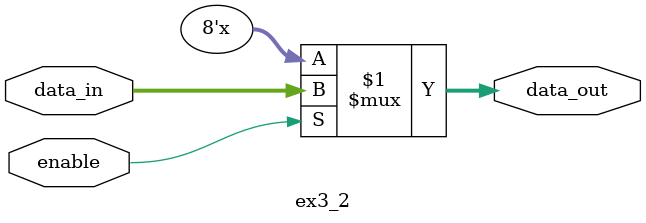
<source format=v>
/*Implemente um driver de dados de 8 bits de largura. O driver deve passar a
entrada para a saída quando o sinal de enable for ativo e estar em alta
impedância (z) quando o enable está inativo.*/

module ex3_2(data_in,enable,data_out);

input [7:0] data_in;
input enable;
output [7:0] data_out;

assign data_out = enable ? data_in : 8'bzzzzzzzz;

endmodule
</source>
